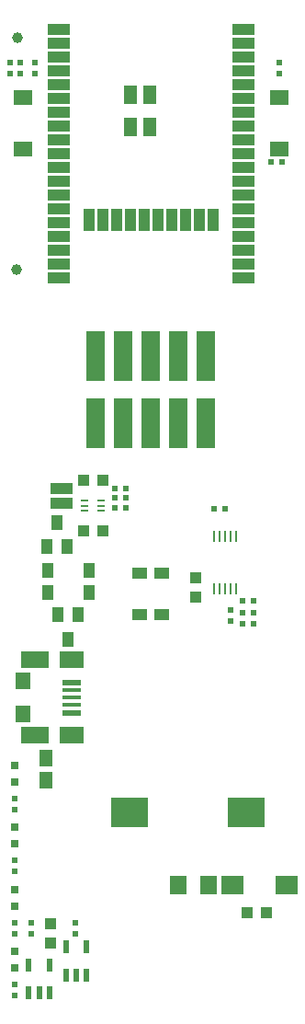
<source format=gbr>
%TF.GenerationSoftware,KiCad,Pcbnew,7.0.11-7.0.11~ubuntu22.04.1*%
%TF.CreationDate,2025-02-21T15:51:22+02:00*%
%TF.ProjectId,ESP32-PoE-ISO_Rev_M,45535033-322d-4506-9f45-2d49534f5f52,M*%
%TF.SameCoordinates,PX55f9470PYb36f0f0*%
%TF.FileFunction,Paste,Top*%
%TF.FilePolarity,Positive*%
%FSLAX46Y46*%
G04 Gerber Fmt 4.6, Leading zero omitted, Abs format (unit mm)*
G04 Created by KiCad (PCBNEW 7.0.11-7.0.11~ubuntu22.04.1) date 2025-02-21 15:51:22*
%MOMM*%
%LPD*%
G01*
G04 APERTURE LIST*
G04 Aperture macros list*
%AMOutline4P*
0 Free polygon, 4 corners , with rotation*
0 The origin of the aperture is its center*
0 number of corners: always 4*
0 $1 to $8 corner X, Y*
0 $9 Rotation angle, in degrees counterclockwise*
0 create outline with 4 corners*
4,1,4,$1,$2,$3,$4,$5,$6,$7,$8,$1,$2,$9*%
G04 Aperture macros list end*
%ADD10R,0.550000X0.500000*%
%ADD11R,1.754000X1.327000*%
%ADD12R,1.016000X1.016000*%
%ADD13R,0.550000X1.200000*%
%ADD14R,0.800000X0.800000*%
%ADD15C,1.000000*%
%ADD16R,1.000000X1.400000*%
%ADD17R,2.000000X1.100000*%
%ADD18R,0.500000X0.550000*%
%ADD19R,0.750000X0.230000*%
%ADD20R,1.270000X1.524000*%
%ADD21R,0.230000X0.980000*%
%ADD22R,1.400000X1.000000*%
%ADD23R,1.700000X0.600000*%
%ADD24R,1.700000X0.400000*%
%ADD25R,2.250000X1.500000*%
%ADD26R,2.500000X1.500000*%
%ADD27R,1.400000X1.500000*%
%ADD28Outline4P,-0.850000X-2.275000X0.850000X-2.275000X0.850000X2.275000X-0.850000X2.275000X0.000000*%
%ADD29R,1.524000X1.778000*%
%ADD30R,3.400000X2.800000*%
%ADD31R,2.000000X1.700000*%
%ADD32R,2.100000X1.000000*%
%ADD33R,1.000000X2.100000*%
%ADD34R,1.200000X1.800000*%
G04 APERTURE END LIST*
D10*
%TO.C,R32*%
X3322000Y93916000D03*
X3322000Y92900000D03*
%TD*%
D11*
%TO.C,BUT1*%
X25809000Y85938000D03*
X25809000Y90718000D03*
%TD*%
D12*
%TO.C,C1*%
X4719000Y12890000D03*
X4719000Y14668000D03*
%TD*%
D13*
%TO.C,U3*%
X2753000Y8288000D03*
X3703000Y8288000D03*
X4653000Y8288000D03*
X4653000Y10888000D03*
X2753000Y10888000D03*
%TD*%
D10*
%TO.C,R6*%
X2941000Y13779000D03*
X2941000Y14795000D03*
%TD*%
%TO.C,R4*%
X1036000Y92900000D03*
X1036000Y93916000D03*
%TD*%
%TO.C,R9*%
X1925000Y93916000D03*
X1925000Y92900000D03*
%TD*%
D14*
%TO.C,CHRG1*%
X1417000Y10604000D03*
X1417000Y12128000D03*
%TD*%
%TO.C,PWR1*%
X1417000Y16319000D03*
X1417000Y17843000D03*
%TD*%
D10*
%TO.C,R5*%
X1417000Y14795000D03*
X1417000Y13779000D03*
%TD*%
D15*
%TO.C,FID1*%
X1700000Y96200000D03*
%TD*%
D11*
%TO.C,RST1*%
X2171000Y85938000D03*
X2171000Y90718000D03*
%TD*%
D10*
%TO.C,C11*%
X7005000Y13779000D03*
X7005000Y14795000D03*
%TD*%
D16*
%TO.C,FET1*%
X7319960Y43080440D03*
X5417500Y43080440D03*
X6372540Y40870640D03*
%TD*%
D17*
%TO.C,L2*%
X5750000Y53350000D03*
X5750000Y54750000D03*
%TD*%
D18*
%TO.C,R30*%
X10642000Y52950000D03*
X11658000Y52950000D03*
%TD*%
%TO.C,R29*%
X10642000Y53850000D03*
X11658000Y53850000D03*
%TD*%
D12*
%TO.C,C6*%
X7761000Y50850000D03*
X9539000Y50850000D03*
%TD*%
D19*
%TO.C,U7*%
X9425000Y52650000D03*
X9425000Y53150000D03*
X9425000Y53650000D03*
X7875000Y52650000D03*
X7875000Y53150000D03*
X7875000Y53650000D03*
%TD*%
D12*
%TO.C,C22*%
X7761000Y55450000D03*
X9539000Y55450000D03*
%TD*%
D10*
%TO.C,R14*%
X1417000Y20510000D03*
X1417000Y19494000D03*
%TD*%
D14*
%TO.C,LNK1*%
X1417000Y22034000D03*
X1417000Y23558000D03*
%TD*%
D10*
%TO.C,R15*%
X1417000Y26225000D03*
X1417000Y25209000D03*
%TD*%
D14*
%TO.C,ACT1*%
X1417000Y27749000D03*
X1417000Y29273000D03*
%TD*%
D20*
%TO.C,L3*%
X4338000Y29908000D03*
X4338000Y27876000D03*
%TD*%
D12*
%TO.C,C7*%
X18150000Y44761000D03*
X18150000Y46539000D03*
%TD*%
D16*
%TO.C,FET2*%
X4404040Y49374560D03*
X6306500Y49374560D03*
X5351460Y51584360D03*
%TD*%
D10*
%TO.C,R18*%
X21350000Y42542000D03*
X21350000Y43558000D03*
%TD*%
D21*
%TO.C,U1*%
X21850000Y50300000D03*
X21350000Y50300000D03*
X20850000Y50300000D03*
X20350000Y50300000D03*
X19850000Y50300000D03*
X19850000Y45500000D03*
X20350000Y45500000D03*
X20850000Y45500000D03*
X21350000Y45500000D03*
X21850000Y45500000D03*
%TD*%
D10*
%TO.C,R19*%
X22450000Y43258000D03*
X22450000Y42242000D03*
%TD*%
D22*
%TO.C,D6*%
X12974000Y46921000D03*
X12974000Y43121000D03*
%TD*%
%TO.C,D7*%
X15006000Y46921000D03*
X15006000Y43121000D03*
%TD*%
D16*
%TO.C,D3*%
X8270000Y47180000D03*
X4470000Y47180000D03*
%TD*%
%TO.C,D1*%
X4470000Y45148000D03*
X8270000Y45148000D03*
%TD*%
D10*
%TO.C,R17*%
X23450000Y43258000D03*
X23450000Y42242000D03*
%TD*%
D23*
%TO.C,USB-UART1*%
X6726000Y34096000D03*
D24*
X6726000Y34846000D03*
X6726000Y35496000D03*
X6726000Y36146000D03*
D23*
X6726000Y36896000D03*
D25*
X6701000Y31996000D03*
X6701000Y38996000D03*
D26*
X3326000Y31996000D03*
X3326000Y38996000D03*
D27*
X2176000Y33996000D03*
X2176000Y36996000D03*
%TD*%
D13*
%TO.C,TVS1*%
X6182000Y9939000D03*
X7132000Y9939000D03*
X8082000Y9939000D03*
X8082000Y12539000D03*
X6182000Y12539000D03*
%TD*%
D28*
%TO.C,UEXT1*%
X8910000Y66942000D03*
X8910000Y60692000D03*
X11450000Y66942000D03*
X11450000Y60692000D03*
X13990000Y66942000D03*
X13990000Y60692000D03*
X16530000Y66942000D03*
X16530000Y60692000D03*
X19070000Y66942000D03*
X19070000Y60692000D03*
%TD*%
D18*
%TO.C,C8*%
X22442000Y44350000D03*
X23458000Y44350000D03*
%TD*%
D29*
%TO.C,R28*%
X16530000Y18224000D03*
X19324000Y18224000D03*
%TD*%
D30*
%TO.C,L4*%
X12069000Y24955000D03*
X22769000Y24955000D03*
%TD*%
D10*
%TO.C,R47*%
X25801000Y92900000D03*
X25801000Y93916000D03*
%TD*%
%TO.C,R8*%
X1417000Y9080000D03*
X1417000Y8064000D03*
%TD*%
D12*
%TO.C,C24*%
X22880000Y15684000D03*
X24658000Y15684000D03*
%TD*%
D31*
%TO.C,D10*%
X21523000Y18224000D03*
X26523000Y18224000D03*
%TD*%
D32*
%TO.C,U6*%
X5490000Y96969000D03*
X5490000Y95699000D03*
X5490000Y94429000D03*
X5490000Y93159000D03*
X5490000Y91889000D03*
X5490000Y90619000D03*
X5490000Y89349000D03*
X5490000Y88079000D03*
X5490000Y86809000D03*
X5490000Y85539000D03*
X5490000Y84269000D03*
X5490000Y82999000D03*
X5490000Y81729000D03*
X5490000Y80459000D03*
X5490000Y79189000D03*
X5490000Y77919000D03*
X5490000Y76649000D03*
X5490000Y75379000D03*
X5490000Y74109000D03*
D33*
X8290000Y79459000D03*
X9560000Y79459000D03*
X10830000Y79459000D03*
D34*
X12090000Y90959000D03*
X12090000Y87959000D03*
D33*
X12100000Y79459000D03*
X13370000Y79459000D03*
D34*
X13890000Y90959000D03*
X13890000Y87959000D03*
D33*
X14640000Y79459000D03*
X15910000Y79459000D03*
X17180000Y79459000D03*
X18450000Y79459000D03*
X19720000Y79459000D03*
D32*
X22490000Y96969000D03*
X22490000Y95699000D03*
X22490000Y94429000D03*
X22490000Y93159000D03*
X22490000Y91889000D03*
X22490000Y90619000D03*
X22490000Y89349000D03*
X22490000Y88079000D03*
X22490000Y86809000D03*
X22490000Y85539000D03*
X22490000Y84269000D03*
X22490000Y82999000D03*
X22490000Y81729000D03*
X22490000Y80459000D03*
X22490000Y79189000D03*
X22490000Y77919000D03*
X22490000Y76649000D03*
X22490000Y75379000D03*
X22490000Y74109000D03*
%TD*%
D18*
%TO.C,R48*%
X25039000Y84772000D03*
X26055000Y84772000D03*
%TD*%
%TO.C,R43*%
X20858000Y52850000D03*
X19842000Y52850000D03*
%TD*%
%TO.C,C30*%
X10642000Y54750000D03*
X11658000Y54750000D03*
%TD*%
D15*
%TO.C,FID7*%
X1650000Y74900000D03*
%TD*%
M02*

</source>
